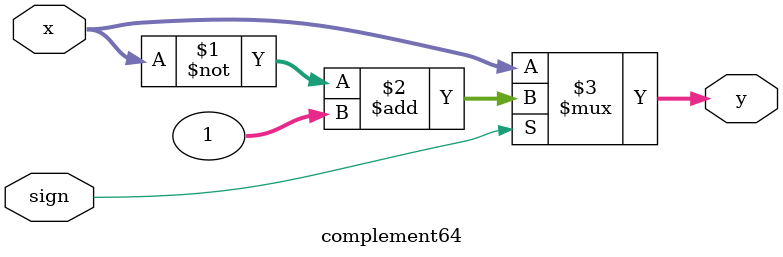
<source format=v>
`timescale 1ns/1ps
module complement32(
    input sign,         //ÊäÈë·ûºÅ
    input [31:0] x,     //ÊäÈëÔ´Âë
    output [31:0] y     //Êä³ö²¹Âë
);
    assign y = sign? ((~x) + 1):x;
endmodule

module complement64(
    input sign,
    input [63:0] x,
    output [63:0] y
);
    assign y = sign? ((~x) + 1):x;
endmodule
</source>
